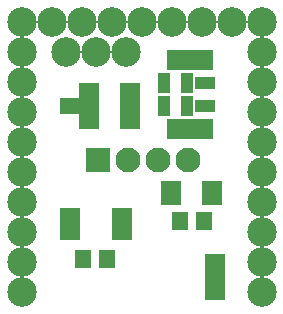
<source format=gbr>
G04 #@! TF.FileFunction,Soldermask,Bot*
%FSLAX46Y46*%
G04 Gerber Fmt 4.6, Leading zero omitted, Abs format (unit mm)*
G04 Created by KiCad (PCBNEW 4.0.6) date 12/07/19 10:22:01*
%MOMM*%
%LPD*%
G01*
G04 APERTURE LIST*
%ADD10C,0.100000*%
%ADD11C,2.500000*%
%ADD12R,2.100000X2.100000*%
%ADD13C,2.100000*%
%ADD14R,1.670000X1.370000*%
%ADD15R,1.400000X1.650000*%
%ADD16R,1.700000X2.100000*%
%ADD17R,1.370000X1.670000*%
%ADD18R,1.700000X1.100000*%
%ADD19R,1.100000X1.700000*%
%ADD20R,1.800000X0.700000*%
G04 APERTURE END LIST*
D10*
D11*
X161581000Y-67845000D03*
X161581000Y-70385000D03*
X161581000Y-72925000D03*
X161581000Y-75465000D03*
X161581000Y-78005000D03*
X161581000Y-80545000D03*
X161581000Y-83085000D03*
X161581000Y-85625000D03*
X161581000Y-88165000D03*
X161581000Y-65305000D03*
X159041000Y-65305000D03*
X156501000Y-65305000D03*
X153961000Y-65305000D03*
X151421000Y-65305000D03*
X148881000Y-65305000D03*
X146341000Y-65305000D03*
X143801000Y-65305000D03*
X141261000Y-65305000D03*
X141261000Y-67845000D03*
X141261000Y-70385000D03*
X141261000Y-72925000D03*
X141261000Y-75465000D03*
X141261000Y-78005000D03*
X141261000Y-80545000D03*
X141261000Y-83085000D03*
X141261000Y-85625000D03*
X141261000Y-88165000D03*
D12*
X147711000Y-77025000D03*
D13*
X150251000Y-77025000D03*
X152791000Y-77025000D03*
X155331000Y-77025000D03*
D14*
X157611000Y-85630000D03*
X157611000Y-86900000D03*
X157611000Y-88170000D03*
D11*
X145061000Y-67875000D03*
X147601000Y-67875000D03*
X150141000Y-67875000D03*
D15*
X146461000Y-85375000D03*
X148461000Y-85375000D03*
X156686000Y-82150000D03*
X154686000Y-82150000D03*
D16*
X157386000Y-79800000D03*
X153886000Y-79800000D03*
D14*
X150436000Y-73670000D03*
X150436000Y-72400000D03*
X150436000Y-71130000D03*
X146936000Y-73695000D03*
X146936000Y-72425000D03*
X146936000Y-71155000D03*
X145386000Y-72425000D03*
D17*
X156756000Y-74400000D03*
X155486000Y-74400000D03*
X154216000Y-74400000D03*
X156756000Y-68575000D03*
X155486000Y-68575000D03*
X154216000Y-68575000D03*
D18*
X156761000Y-70525000D03*
X156761000Y-72425000D03*
D19*
X155236000Y-72450000D03*
X153336000Y-72450000D03*
X155236000Y-70525000D03*
X153336000Y-70525000D03*
D20*
X149761000Y-81450000D03*
X149761000Y-81950000D03*
X149761000Y-82450000D03*
X149761000Y-82950000D03*
X149761000Y-83450000D03*
X145361000Y-83450000D03*
X145361000Y-82950000D03*
X145361000Y-82450000D03*
X145361000Y-81950000D03*
X145361000Y-81450000D03*
M02*

</source>
